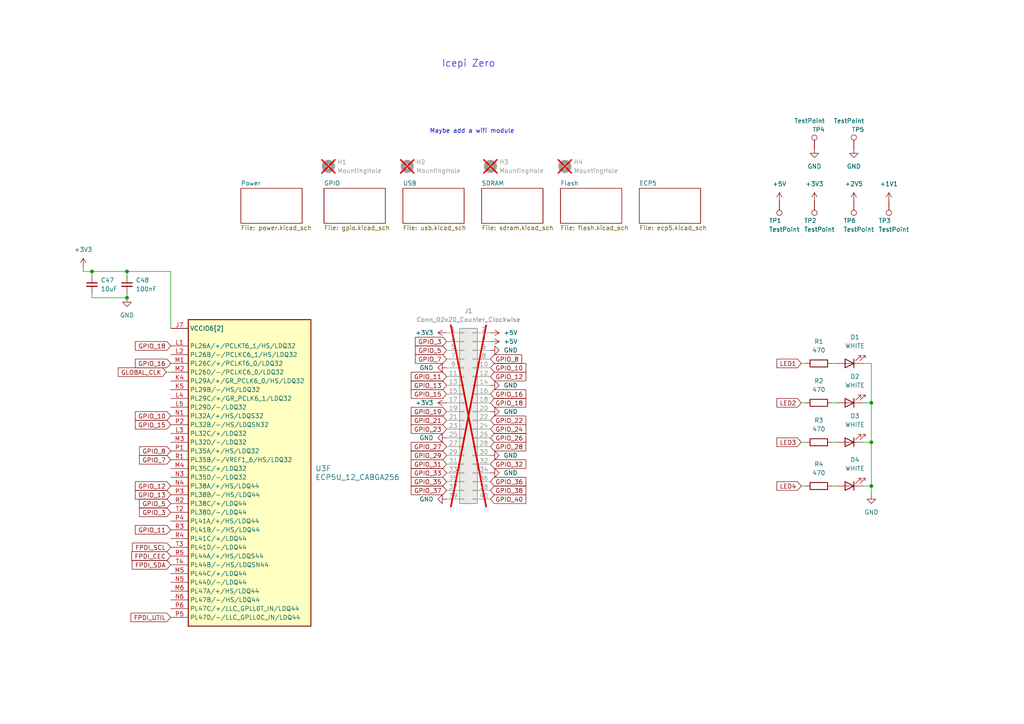
<source format=kicad_sch>
(kicad_sch (version 20250114) (generator "eeschema") (generator_version "9.0")
  (paper "A4")
  (title_block (title "Icepi zero") (date "2025-05-04") (rev "v1") (company "Chengyin Yao (cheyao)") (comment 1 "https://github.com/cheyao/icepi-zero"))
  (lib_symbols
    (symbol "Connector:TestPoint" (pin_numbers (hide yes)) (pin_names (offset 0.762) (hide yes))
      (property "Reference" "TP" (at 0 6.858 0))
      (property "Value" "TestPoint" (at 0 5.08 0))
      (symbol "TestPoint_1_1"
        (pin passive line (at 0 0 90) (length 2.54) (name "1") (number "1"))
      )
    )
    (symbol "Connector_Generic:Conn_02x20_Odd_Even" (pin_names (offset 1.016) (hide yes))
      (property "Reference" "J" (at 1.27 25.4 0))
      (property "Value" "Conn_02x20_Odd_Even" (at 1.27 -27.94 0))
      (symbol "Conn_02x20_Odd_Even_1_1"
        (pin passive line (at -5.08 22.86 0) (length 3.81) (name "Pin_1") (number "1"))
        (pin passive line (at -5.08 20.32 0) (length 3.81) (name "Pin_3") (number "3"))
        (pin passive line (at -5.08 17.78 0) (length 3.81) (name "Pin_5") (number "5"))
        (pin passive line (at -5.08 15.24 0) (length 3.81) (name "Pin_7") (number "7"))
        (pin passive line (at -5.08 12.7 0) (length 3.81) (name "Pin_9") (number "9"))
        (pin passive line (at -5.08 10.16 0) (length 3.81) (name "Pin_11") (number "11"))
        (pin passive line (at -5.08 7.62 0) (length 3.81) (name "Pin_13") (number "13"))
        (pin passive line (at -5.08 5.08 0) (length 3.81) (name "Pin_15") (number "15"))
        (pin passive line (at -5.08 2.54 0) (length 3.81) (name "Pin_17") (number "17"))
        (pin passive line (at -5.08 0 0) (length 3.81) (name "Pin_19") (number "19"))
        (pin passive line (at -5.08 -2.54 0) (length 3.81) (name "Pin_21") (number "21"))
        (pin passive line (at -5.08 -5.08 0) (length 3.81) (name "Pin_23") (number "23"))
        (pin passive line (at -5.08 -7.62 0) (length 3.81) (name "Pin_25") (number "25"))
        (pin passive line (at -5.08 -10.16 0) (length 3.81) (name "Pin_27") (number "27"))
        (pin passive line (at -5.08 -12.7 0) (length 3.81) (name "Pin_29") (number "29"))
        (pin passive line (at -5.08 -15.24 0) (length 3.81) (name "Pin_31") (number "31"))
        (pin passive line (at -5.08 -17.78 0) (length 3.81) (name "Pin_33") (number "33"))
        (pin passive line (at -5.08 -20.32 0) (length 3.81) (name "Pin_35") (number "35"))
        (pin passive line (at -5.08 -22.86 0) (length 3.81) (name "Pin_37") (number "37"))
        (pin passive line (at -5.08 -25.4 0) (length 3.81) (name "Pin_39") (number "39"))
        (pin passive line (at 7.62 22.86 180) (length 3.81) (name "Pin_2") (number "2"))
        (pin passive line (at 7.62 20.32 180) (length 3.81) (name "Pin_4") (number "4"))
        (pin passive line (at 7.62 17.78 180) (length 3.81) (name "Pin_6") (number "6"))
        (pin passive line (at 7.62 15.24 180) (length 3.81) (name "Pin_8") (number "8"))
        (pin passive line (at 7.62 12.7 180) (length 3.81) (name "Pin_10") (number "10"))
        (pin passive line (at 7.62 10.16 180) (length 3.81) (name "Pin_12") (number "12"))
        (pin passive line (at 7.62 7.62 180) (length 3.81) (name "Pin_14") (number "14"))
        (pin passive line (at 7.62 5.08 180) (length 3.81) (name "Pin_16") (number "16"))
        (pin passive line (at 7.62 2.54 180) (length 3.81) (name "Pin_18") (number "18"))
        (pin passive line (at 7.62 0 180) (length 3.81) (name "Pin_20") (number "20"))
        (pin passive line (at 7.62 -2.54 180) (length 3.81) (name "Pin_22") (number "22"))
        (pin passive line (at 7.62 -5.08 180) (length 3.81) (name "Pin_24") (number "24"))
        (pin passive line (at 7.62 -7.62 180) (length 3.81) (name "Pin_26") (number "26"))
        (pin passive line (at 7.62 -10.16 180) (length 3.81) (name "Pin_28") (number "28"))
        (pin passive line (at 7.62 -12.7 180) (length 3.81) (name "Pin_30") (number "30"))
        (pin passive line (at 7.62 -15.24 180) (length 3.81) (name "Pin_32") (number "32"))
        (pin passive line (at 7.62 -17.78 180) (length 3.81) (name "Pin_34") (number "34"))
        (pin passive line (at 7.62 -20.32 180) (length 3.81) (name "Pin_36") (number "36"))
        (pin passive line (at 7.62 -22.86 180) (length 3.81) (name "Pin_38") (number "38"))
        (pin passive line (at 7.62 -25.4 180) (length 3.81) (name "Pin_40") (number "40"))
      )
    )
    (symbol "Device:C_Small" (pin_numbers (hide yes)) (pin_names (offset 0.254) (hide yes))
      (property "Reference" "C" (at 0.254 1.778 0))
      (property "Value" "C_Small" (at 0.254 -2.032 0))
      (symbol "C_Small_1_1"
        (pin passive line (at 0 2.54 270) (length 2.032) (name "~") (number "1"))
        (pin passive line (at 0 -2.54 90) (length 2.032) (name "~") (number "2"))
      )
    )
    (symbol "Device:LED" (pin_numbers (hide yes)) (pin_names (offset 1.016) (hide yes))
      (property "Reference" "D" (at 0 2.54 0))
      (property "Value" "LED" (at 0 -2.54 0))
      (symbol "LED_1_1"
        (pin passive line (at -3.81 0 0) (length 2.54) (name "K") (number "1"))
        (pin passive line (at 3.81 0 180) (length 2.54) (name "A") (number "2"))
      )
    )
    (symbol "Device:R" (pin_numbers (hide yes)) (pin_names (offset 0))
      (property "Reference" "R" (at 2.032 0 90))
      (property "Value" "R" (at 0 0 90))
      (symbol "R_1_1"
        (pin passive line (at 0 3.81 270) (length 1.27) (name "~") (number "1"))
        (pin passive line (at 0 -3.81 90) (length 1.27) (name "~") (number "2"))
      )
    )
    (symbol "Mechanical:MountingHole" (pin_names (offset 1.016)) (in_bom no)
      (property "Reference" "H" (at 0 5.08 0))
      (property "Value" "MountingHole" (at 0 3.175 0))
    )
    (symbol "josh:ECP5U_12_CABGA256"
      (property "Reference" "U" (at -15.24 45.72 0))
      (property "Value" "ECP5U_12_CABGA256" (at 7.62 43.18 0))
      (symbol "ECP5U_12_CABGA256_1_1"
        (pin power_in line (at -12.7 5.08 0) (length 5.08) (name "VCC[6]") (number "G6"))
        (pin power_in line (at -12.7 5.08 0) (length 5.08) (name "VCC[6]") (number "G7"))
        (pin power_in line (at -12.7 5.08 0) (length 5.08) (name "VCC[6]") (number "G9"))
        (pin power_in line (at -12.7 5.08 0) (length 5.08) (name "VCC[6]") (number "L10"))
        (pin power_in line (at -12.7 5.08 0) (length 5.08) (name "VCC[6]") (number "L8"))
        (pin power_in line (at -12.7 5.08 0) (length 5.08) (name "VCC[6]") (number "L9"))
        (pin power_in line (at -12.7 2.54 0) (length 5.08) (name "VCCAUX[2]") (number "G11"))
        (pin power_in line (at -12.7 2.54 0) (length 5.08) (name "VCCAUX[2]") (number "L7"))
        (pin power_in line (at -12.7 -5.08 0) (length 5.08) (name "GND[27]") (number "A1"))
        (pin power_in line (at -12.7 -5.08 0) (length 5.08) (name "GND[27]") (number "A16"))
        (pin power_in line (at -12.7 -5.08 0) (length 5.08) (name "GND[27]") (number "D15"))
        (pin power_in line (at -12.7 -5.08 0) (length 5.08) (name "GND[27]") (number "D2"))
        (pin power_in line (at -12.7 -5.08 0) (length 5.08) (name "GND[27]") (number "F8"))
        (pin power_in line (at -12.7 -5.08 0) (length 5.08) (name "GND[27]") (number "F9"))
        (pin power_in line (at -12.7 -5.08 0) (length 5.08) (name "GND[27]") (number "G10"))
        (pin power_in line (at -12.7 -5.08 0) (length 5.08) (name "GND[27]") (number "G8"))
        (pin power_in line (at -12.7 -5.08 0) (length 5.08) (name "GND[27]") (number "H1"))
        (pin power_in line (at -12.7 -5.08 0) (length 5.08) (name "GND[27]") (number "H10"))
        (pin power_in line (at -12.7 -5.08 0) (length 5.08) (name "GND[27]") (number "H16"))
        (pin power_in line (at -12.7 -5.08 0) (length 5.08) (name "GND[27]") (number "H8"))
        (pin power_in line (at -12.7 -5.08 0) (length 5.08) (name "GND[27]") (number "H9"))
        (pin power_in line (at -12.7 -5.08 0) (length 5.08) (name "GND[27]") (number "J10"))
        (pin power_in line (at -12.7 -5.08 0) (length 5.08) (name "GND[27]") (number "J8"))
        (pin power_in line (at -12.7 -5.08 0) (length 5.08) (name "GND[27]") (number "J9"))
        (pin power_in line (at -12.7 -5.08 0) (length 5.08) (name "GND[27]") (number "K10"))
        (pin power_in line (at -12.7 -5.08 0) (length 5.08) (name "GND[27]") (number "K6"))
        (pin power_in line (at -12.7 -5.08 0) (length 5.08) (name "GND[27]") (number "K7"))
        (pin power_in line (at -12.7 -5.08 0) (length 5.08) (name "GND[27]") (number "K8"))
        (pin power_in line (at -12.7 -5.08 0) (length 5.08) (name "GND[27]") (number "K9"))
        (pin power_in line (at -12.7 -5.08 0) (length 5.08) (name "GND[27]") (number "N15"))
        (pin power_in line (at -12.7 -5.08 0) (length 5.08) (name "GND[27]") (number "N2"))
        (pin power_in line (at -12.7 -5.08 0) (length 5.08) (name "GND[27]") (number "T1"))
        (pin power_in line (at -12.7 -5.08 0) (length 5.08) (name "GND[27]") (number "T12"))
        (pin power_in line (at -12.7 -5.08 0) (length 5.08) (name "GND[27]") (number "T16"))
        (pin power_in line (at -12.7 -5.08 0) (length 5.08) (name "GND[27]") (number "T5"))
      )
      (symbol "ECP5U_12_CABGA256_2_1"
        (pin power_in line (at -21.59 38.1 0) (length 5.08) (name "VCCIO0[2]") (number "F6"))
        (pin power_in line (at -21.59 38.1 0) (length 5.08) (name "VCCIO0[2]") (number "F7"))
        (pin bidirectional line (at -21.59 33.02 0) (length 5.08) (name "PT4A/+") (number "A2"))
        (pin bidirectional line (at -21.59 30.48 0) (length 5.08) (name "PT4B/-") (number "B3"))
        (pin bidirectional line (at -21.59 27.94 0) (length 5.08) (name "PT6A/+") (number "A3"))
        (pin bidirectional line (at -21.59 25.4 0) (length 5.08) (name "PT6B/-") (number "A4"))
        (pin bidirectional line (at -21.59 22.86 0) (length 5.08) (name "PT9A/+") (number "E4"))
        (pin bidirectional line (at -21.59 20.32 0) (length 5.08) (name "PT9B/-") (number "D4"))
        (pin bidirectional line (at -21.59 17.78 0) (length 5.08) (name "PT11A/+") (number "C4"))
        (pin bidirectional line (at -21.59 15.24 0) (length 5.08) (name "PT11B/-") (number "B4"))
        (pin bidirectional line (at -21.59 12.7 0) (length 5.08) (name "PT13A/+") (number "E5"))
        (pin bidirectional line (at -21.59 10.16 0) (length 5.08) (name "PT13B/-") (number "D5"))
        (pin bidirectional line (at -21.59 7.62 0) (length 5.08) (name "PT15A/+") (number "C5"))
        (pin bidirectional line (at -21.59 5.08 0) (length 5.08) (name "PT15B/-") (number "B5"))
        (pin bidirectional line (at -21.59 2.54 0) (length 5.08) (name "PT18A/+") (number "A5"))
        (pin bidirectional line (at -21.59 0 0) (length 5.08) (name "PT18B/-") (number "A6"))
        (pin bidirectional line (at -21.59 -2.54 0) (length 5.08) (name "PT20A/+") (number "E6"))
        (pin bidirectional line (at -21.59 -5.08 0) (length 5.08) (name "PT20B/-") (number "D6"))
        (pin bidirectional line (at -21.59 -7.62 0) (length 5.08) (name "PT22A/+") (number "C6"))
        (pin bidirectional line (at -21.59 -10.16 0) (length 5.08) (name "PT22B/-") (number "B6"))
        (pin bidirectional line (at -21.59 -12.7 0) (length 5.08) (name "PT24A/+/GR_PCLK0_1") (number "E7"))
        (pin bidirectional line (at -21.59 -15.24 0) (length 5.08) (name "PT24B/-/GR_PCLK0_0") (number "D7"))
        (pin bidirectional line (at -21.59 -17.78 0) (length 5.08) (name "PT27A/+/PCLKT0_1") (number "C7"))
        (pin bidirectional line (at -21.59 -20.32 0) (length 5.08) (name "PT27B/-/PCLKC0_1") (number "B7"))
        (pin bidirectional line (at -21.59 -22.86 0) (length 5.08) (name "PT29A/+/PCLKT0_0") (number "A7"))
        (pin bidirectional line (at -21.59 -25.4 0) (length 5.08) (name "PT29B/-/PCLKC0_0") (number "A8"))
      )
      (symbol "ECP5U_12_CABGA256_3_1"
        (pin power_in line (at -21.59 38.1 0) (length 5.08) (name "VCCIO1[2]") (number "F10"))
        (pin power_in line (at -21.59 38.1 0) (length 5.08) (name "VCCIO1[2]") (number "F11"))
        (pin bidirectional line (at -21.59 33.02 0) (length 5.08) (name "PT33A/+/PCLKT1_1") (number "E8"))
        (pin bidirectional line (at -21.59 30.48 0) (length 5.08) (name "PT33B/-/PCLKC1_1") (number "D8"))
        (pin bidirectional line (at -21.59 27.94 0) (length 5.08) (name "PT35A/+/PCLKT1_0") (number "C8"))
        (pin bidirectional line (at -21.59 25.4 0) (length 5.08) (name "PT35B/-/PCLKC1_0") (number "B8"))
        (pin bidirectional line (at -21.59 22.86 0) (length 5.08) (name "PT38A/+/GR_PCLK1_0") (number "B9"))
        (pin bidirectional line (at -21.59 20.32 0) (length 5.08) (name "PT38B/-/GR_PCLK1_1") (number "C9"))
        (pin bidirectional line (at -21.59 17.78 0) (length 5.08) (name "PT40A/+") (number "D9"))
        (pin bidirectional line (at -21.59 15.24 0) (length 5.08) (name "PT40B/-") (number "E9"))
        (pin bidirectional line (at -21.59 12.7 0) (length 5.08) (name "PT42A/+") (number "A9"))
        (pin bidirectional line (at -21.59 10.16 0) (length 5.08) (name "PT42B/-") (number "A10"))
        (pin bidirectional line (at -21.59 7.62 0) (length 5.08) (name "PT44A/+") (number "B10"))
        (pin bidirectional line (at -21.59 5.08 0) (length 5.08) (name "PT44B/-") (number "C10"))
        (pin bidirectional line (at -21.59 2.54 0) (length 5.08) (name "PT47A/+") (number "D10"))
        (pin bidirectional line (at -21.59 0 0) (length 5.08) (name "PT47B/-") (number "E10"))
        (pin bidirectional line (at -21.59 -2.54 0) (length 5.08) (name "PT49A/+") (number "B11"))
        (pin bidirectional line (at -21.59 -5.08 0) (length 5.08) (name "PT49B/-") (number "C11"))
        (pin bidirectional line (at -21.59 -7.62 0) (length 5.08) (name "PT51A/+") (number "D11"))
        (pin bidirectional line (at -21.59 -10.16 0) (length 5.08) (name "PT51B/-") (number "E11"))
        (pin bidirectional line (at -21.59 -12.7 0) (length 5.08) (name "PT53A/+") (number "A11"))
        (pin bidirectional line (at -21.59 -15.24 0) (length 5.08) (name "PT53B/-") (number "A12"))
        (pin bidirectional line (at -21.59 -17.78 0) (length 5.08) (name "PT56A/+") (number "B12"))
        (pin bidirectional line (at -21.59 -20.32 0) (length 5.08) (name "PT56B/-") (number "C12"))
        (pin bidirectional line (at -21.59 -22.86 0) (length 5.08) (name "PT58A/+") (number "D12"))
        (pin bidirectional line (at -21.59 -25.4 0) (length 5.08) (name "PT58B/-") (number "E12"))
        (pin bidirectional line (at -21.59 -27.94 0) (length 5.08) (name "PT60A/+") (number "B13"))
        (pin bidirectional line (at -21.59 -30.48 0) (length 5.08) (name "PT60B/-") (number "C13"))
        (pin bidirectional line (at -21.59 -33.02 0) (length 5.08) (name "PT62A/+") (number "D13"))
        (pin bidirectional line (at -21.59 -35.56 0) (length 5.08) (name "PT62B/-") (number "E13"))
        (pin bidirectional line (at -21.59 -38.1 0) (length 5.08) (name "PT65A/+") (number "A13"))
        (pin bidirectional line (at -21.59 -40.64 0) (length 5.08) (name "PT65B/-") (number "A14"))
        (pin bidirectional line (at -21.59 -43.18 0) (length 5.08) (name "PT67A/+") (number "B14"))
        (pin bidirectional line (at -21.59 -45.72 0) (length 5.08) (name "PT67B/-") (number "A15"))
      )
      (symbol "ECP5U_12_CABGA256_4_1"
        (pin power_in line (at -21.59 38.1 0) (length 5.08) (name "VCCIO2[2]") (number "H11"))
        (pin power_in line (at -21.59 38.1 0) (length 5.08) (name "VCCIO2[2]") (number "J11"))
        (pin bidirectional line (at -21.59 33.02 0) (length 5.08) (name "PR2A/+/HS/RDQ8") (number "B16"))
        (pin bidirectional line (at -21.59 30.48 0) (length 5.08) (name "PR2B/-/S0_IN/HS/RDQ8") (number "B15"))
        (pin bidirectional line (at -21.59 27.94 0) (length 5.08) (name "PR2C/+/RDQ8") (number "C14"))
        (pin bidirectional line (at -21.59 25.4 0) (length 5.08) (name "PR2D/-/RDQ8") (number "D14"))
        (pin bidirectional line (at -21.59 22.86 0) (length 5.08) (name "PR5A/+/HS/RDQ8") (number "C16"))
        (pin bidirectional line (at -21.59 20.32 0) (length 5.08) (name "PR5B/-/HS/RDQ8") (number "C15"))
        (pin bidirectional line (at -21.59 17.78 0) (length 5.08) (name "PR5C/+/RDQ8") (number "E14"))
        (pin bidirectional line (at -21.59 15.24 0) (length 5.08) (name "PR5D/-/RDQ8") (number "F14"))
        (pin bidirectional line (at -21.59 12.7 0) (length 5.08) (name "PR8A/+/HS/RDQS8") (number "D16"))
        (pin bidirectional line (at -21.59 10.16 0) (length 5.08) (name "PR8B/-/HS/RDQSN8") (number "E15"))
        (pin bidirectional line (at -21.59 7.62 0) (length 5.08) (name "PR8C/+/RDQ8") (number "F13"))
        (pin bidirectional line (at -21.59 5.08 0) (length 5.08) (name "PR8D/-/RDQ8") (number "F12"))
        (pin bidirectional line (at -21.59 2.54 0) (length 5.08) (name "PR11A/+/HS/RDQ8") (number "G12"))
        (pin bidirectional line (at -21.59 0 0) (length 5.08) (name "PR11B/-/HS/RDQ8") (number "G13"))
        (pin bidirectional line (at -21.59 -2.54 0) (length 5.08) (name "PR11C/+/RDQ8") (number "F15"))
        (pin bidirectional line (at -21.59 -5.08 0) (length 5.08) (name "PR11D/-/RDQ8") (number "E16"))
        (pin bidirectional line (at -21.59 -7.62 0) (length 5.08) (name "PR14A/+/HS/RDQ20") (number "F16"))
        (pin bidirectional line (at -21.59 -10.16 0) (length 5.08) (name "PR14B/-/HS/RDQ20") (number "G15"))
        (pin bidirectional line (at -21.59 -12.7 0) (length 5.08) (name "PR14C/+/VREF1_2/RDQ20") (number "G14"))
        (pin bidirectional line (at -21.59 -15.24 0) (length 5.08) (name "PR14D/-/RDQ20") (number "H14"))
        (pin bidirectional line (at -21.59 -17.78 0) (length 5.08) (name "PR17A/+/HS/RDQ20") (number "H12"))
        (pin bidirectional line (at -21.59 -20.32 0) (length 5.08) (name "PR17B/-/HS/RDQ20") (number "H13"))
        (pin bidirectional line (at -21.59 -22.86 0) (length 5.08) (name "PR17C/+/RDQ20") (number "J13"))
        (pin bidirectional line (at -21.59 -25.4 0) (length 5.08) (name "PR17D/-/RDQ20") (number "J12"))
        (pin bidirectional line (at -21.59 -27.94 0) (length 5.08) (name "PR20A/+/GR_PCLK2_1/HS/RDQS20") (number "G16"))
        (pin bidirectional line (at -21.59 -30.48 0) (length 5.08) (name "PR20B/-/HS/RDQSN20") (number "H15"))
        (pin bidirectional line (at -21.59 -33.02 0) (length 5.08) (name "PR20C/+/GR_PCLK2_0/RDQ20") (number "J14"))
        (pin bidirectional line (at -21.59 -35.56 0) (length 5.08) (name "PR20D/-/RDQ20") (number "K14"))
        (pin bidirectional line (at -21.59 -38.1 0) (length 5.08) (name "PR23A/+/PCLKT2_1/HS/RDQ20") (number "J16"))
        (pin bidirectional line (at -21.59 -40.64 0) (length 5.08) (name "PR23B/-/PCLKC2_1/HS/RDQ20") (number "J15"))
        (pin bidirectional line (at -21.59 -43.18 0) (length 5.08) (name "PR23C/+/PCLKT2_0/RDQ20") (number "K16"))
        (pin bidirectional line (at -21.59 -45.72 0) (length 5.08) (name "PR23D/-/PCLKC2_0/RDQ20") (number "K15"))
      )
      (symbol "ECP5U_12_CABGA256_5_1"
        (pin power_in line (at -21.59 38.1 0) (length 5.08) (name "VCCIO3[2]") (number "K11"))
        (pin power_in line (at -21.59 38.1 0) (length 5.08) (name "VCCIO3[2]") (number "L11"))
        (pin bidirectional line (at -21.59 33.02 0) (length 5.08) (name "PR26A/+/PCLKT3_1/HS/RDQ32") (number "L16"))
        (pin bidirectional line (at -21.59 30.48 0) (length 5.08) (name "PR26B/-/PCLKC3_1/HS/RDQ32") (number "L15"))
        (pin bidirectional line (at -21.59 27.94 0) (length 5.08) (name "PR26C/+/PCLKT3_0/RDQ32") (number "M16"))
        (pin bidirectional line (at -21.59 25.4 0) (length 5.08) (name "PR26D/-/PCLKC3_0/RDQ32") (number "M15"))
        (pin bidirectional line (at -21.59 22.86 0) (length 5.08) (name "PR29A/+/GR_PCLK3_0/HS/RDQ32") (number "K13"))
        (pin bidirectional line (at -21.59 20.32 0) (length 5.08) (name "PR29B/-/HS/RDQ32") (number "K12"))
        (pin bidirectional line (at -21.59 17.78 0) (length 5.08) (name "PR29C/+/GR_PCLK3_1/RDQ32") (number "L13"))
        (pin bidirectional line (at -21.59 15.24 0) (length 5.08) (name "PR29D/-/RDQ32") (number "L12"))
        (pin bidirectional line (at -21.59 12.7 0) (length 5.08) (name "PR32A/+/HS/RDQS32") (number "N16"))
        (pin bidirectional line (at -21.59 10.16 0) (length 5.08) (name "PR32B/-/HS/RDQSN32") (number "P15"))
        (pin bidirectional line (at -21.59 7.62 0) (length 5.08) (name "PR32C/+/RDQ32") (number "L14"))
        (pin bidirectional line (at -21.59 5.08 0) (length 5.08) (name "PR32D/-/RDQ32") (number "M14"))
        (pin bidirectional line (at -21.59 2.54 0) (length 5.08) (name "PR35A/+/HS/RDQ32") (number "P16"))
        (pin bidirectional line (at -21.59 0 0) (length 5.08) (name "PR35B/-/VREF1_3/HS/RDQ32") (number "R16"))
        (pin bidirectional line (at -21.59 -2.54 0) (length 5.08) (name "PR35C/+/RDQ32") (number "M13"))
        (pin bidirectional line (at -21.59 -5.08 0) (length 5.08) (name "PR35D/-/RDQ32") (number "N14"))
        (pin bidirectional line (at -21.59 -7.62 0) (length 5.08) (name "PR38A/+/HS/RDQ44") (number "N13"))
        (pin bidirectional line (at -21.59 -10.16 0) (length 5.08) (name "PR38B/-/HS/RDQ44") (number "P14"))
        (pin bidirectional line (at -21.59 -12.7 0) (length 5.08) (name "PR38C/+/RDQ44") (number "R15"))
        (pin bidirectional line (at -21.59 -15.24 0) (length 5.08) (name "PR38D/-/RDQ44") (number "T15"))
        (pin bidirectional line (at -21.59 -17.78 0) (length 5.08) (name "PR41A/+/HS/RDQ44") (number "P13"))
        (pin bidirectional line (at -21.59 -20.32 0) (length 5.08) (name "PR41B/-/HS/RDQ44") (number "R14"))
        (pin bidirectional line (at -21.59 -22.86 0) (length 5.08) (name "PR41C/+/RDQ44") (number "R13"))
        (pin bidirectional line (at -21.59 -25.4 0) (length 5.08) (name "PR41D/-/RDQ44") (number "T14"))
        (pin bidirectional line (at -21.59 -27.94 0) (length 5.08) (name "PR44A/+/HS/RDQS44") (number "R12"))
        (pin bidirectional line (at -21.59 -30.48 0) (length 5.08) (name "PR44B/-/HS/RDQSN44") (number "T13"))
        (pin bidirectional line (at -21.59 -33.02 0) (length 5.08) (name "PR44C/+/RDQ44") (number "M12"))
        (pin bidirectional line (at -21.59 -35.56 0) (length 5.08) (name "PR44D/-/RDQ44") (number "N12"))
        (pin bidirectional line (at -21.59 -38.1 0) (length 5.08) (name "PR47A/+/HS/RDQ44") (number "M11"))
        (pin bidirectional line (at -21.59 -40.64 0) (length 5.08) (name "PR47B/-/HS/RDQ44") (number "N11"))
        (pin bidirectional line (at -21.59 -43.18 0) (length 5.08) (name "PR47C/+/LRC_GPLL0T_IN/RDQ44") (number "P11"))
        (pin bidirectional line (at -21.59 -45.72 0) (length 5.08) (name "PR47D/-/LRC_GPLL0C_IN/RDQ44") (number "P12"))
      )
      (symbol "ECP5U_12_CABGA256_6_1"
        (pin power_in line (at -21.59 38.1 0) (length 5.08) (name "VCCIO6[2]") (number "J6"))
        (pin power_in line (at -21.59 38.1 0) (length 5.08) (name "VCCIO6[2]") (number "J7"))
        (pin bidirectional line (at -21.59 33.02 0) (length 5.08) (name "PL26A/+/PCLKT6_1/HS/LDQ32") (number "L1"))
        (pin bidirectional line (at -21.59 30.48 0) (length 5.08) (name "PL26B/-/PCLKC6_1/HS/LDQ32") (number "L2"))
        (pin bidirectional line (at -21.59 27.94 0) (length 5.08) (name "PL26C/+/PCLKT6_0/LDQ32") (number "M1"))
        (pin bidirectional line (at -21.59 25.4 0) (length 5.08) (name "PL26D/-/PCLKC6_0/LDQ32") (number "M2"))
        (pin bidirectional line (at -21.59 22.86 0) (length 5.08) (name "PL29A/+/GR_PCLK6_0/HS/LDQ32") (number "K4"))
        (pin bidirectional line (at -21.59 20.32 0) (length 5.08) (name "PL29B/-/HS/LDQ32") (number "K5"))
        (pin bidirectional line (at -21.59 17.78 0) (length 5.08) (name "PL29C/+/GR_PCLK6_1/LDQ32") (number "L4"))
        (pin bidirectional line (at -21.59 15.24 0) (length 5.08) (name "PL29D/-/LDQ32") (number "L5"))
        (pin bidirectional line (at -21.59 12.7 0) (length 5.08) (name "PL32A/+/HS/LDQS32") (number "N1"))
        (pin bidirectional line (at -21.59 10.16 0) (length 5.08) (name "PL32B/-/HS/LDQSN32") (number "P2"))
        (pin bidirectional line (at -21.59 7.62 0) (length 5.08) (name "PL32C/+/LDQ32") (number "L3"))
        (pin bidirectional line (at -21.59 5.08 0) (length 5.08) (name "PL32D/-/LDQ32") (number "M3"))
        (pin bidirectional line (at -21.59 2.54 0) (length 5.08) (name "PL35A/+/HS/LDQ32") (number "P1"))
        (pin bidirectional line (at -21.59 0 0) (length 5.08) (name "PL35B/-/VREF1_6/HS/LDQ32") (number "R1"))
        (pin bidirectional line (at -21.59 -2.54 0) (length 5.08) (name "PL35C/+/LDQ32") (number "M4"))
        (pin bidirectional line (at -21.59 -5.08 0) (length 5.08) (name "PL35D/-/LDQ32") (number "N3"))
        (pin bidirectional line (at -21.59 -7.62 0) (length 5.08) (name "PL38A/+/HS/LDQ44") (number "N4"))
        (pin bidirectional line (at -21.59 -10.16 0) (length 5.08) (name "PL38B/-/HS/LDQ44") (number "P3"))
        (pin bidirectional line (at -21.59 -12.7 0) (length 5.08) (name "PL38C/+/LDQ44") (number "R2"))
        (pin bidirectional line (at -21.59 -15.24 0) (length 5.08) (name "PL38D/-/LDQ44") (number "T2"))
        (pin bidirectional line (at -21.59 -17.78 0) (length 5.08) (name "PL41A/+/HS/LDQ44") (number "P4"))
        (pin bidirectional line (at -21.59 -20.32 0) (length 5.08) (name "PL41B/-/HS/LDQ44") (number "R3"))
        (pin bidirectional line (at -21.59 -22.86 0) (length 5.08) (name "PL41C/+/LDQ44") (number "R4"))
        (pin bidirectional line (at -21.59 -25.4 0) (length 5.08) (name "PL41D/-/LDQ44") (number "T3"))
        (pin bidirectional line (at -21.59 -27.94 0) (length 5.08) (name "PL44A/+/HS/LDQS44") (number "R5"))
        (pin bidirectional line (at -21.59 -30.48 0) (length 5.08) (name "PL44B/-/HS/LDQSN44") (number "T4"))
        (pin bidirectional line (at -21.59 -33.02 0) (length 5.08) (name "PL44C/+/LDQ44") (number "M5"))
        (pin bidirectional line (at -21.59 -35.56 0) (length 5.08) (name "PL44D/-/LDQ44") (number "N5"))
        (pin bidirectional line (at -21.59 -38.1 0) (length 5.08) (name "PL47A/+/HS/LDQ44") (number "M6"))
        (pin bidirectional line (at -21.59 -40.64 0) (length 5.08) (name "PL47B/-/HS/LDQ44") (number "N6"))
        (pin bidirectional line (at -21.59 -43.18 0) (length 5.08) (name "PL47C/+/LLC_GPLL0T_IN/LDQ44") (number "P6"))
        (pin bidirectional line (at -21.59 -45.72 0) (length 5.08) (name "PL47D/-/LLC_GPLL0C_IN/LDQ44") (number "P5"))
      )
      (symbol "ECP5U_12_CABGA256_7_1"
        (pin power_in line (at -21.59 38.1 0) (length 5.08) (name "VCCIO7[2]") (number "H6"))
        (pin power_in line (at -21.59 38.1 0) (length 5.08) (name "VCCIO7[2]") (number "H7"))
        (pin bidirectional line (at -21.59 34.29 0) (length 5.08) (name "PL2A/+/HS/LDQ8") (number "B1"))
        (pin bidirectional line (at -21.59 31.75 0) (length 5.08) (name "PL2B/-/HS/LDQ8") (number "B2"))
        (pin bidirectional line (at -21.59 29.21 0) (length 5.08) (name "PL2C/+/LDQ8") (number "C3"))
        (pin bidirectional line (at -21.59 26.67 0) (length 5.08) (name "PL2D/-/LDQ8") (number "D3"))
        (pin bidirectional line (at -21.59 24.13 0) (length 5.08) (name "PL5A/+/HS/LDQ8") (number "C1"))
        (pin bidirectional line (at -21.59 21.59 0) (length 5.08) (name "PL5B/-/HS/LDQ8") (number "C2"))
        (pin bidirectional line (at -21.59 19.05 0) (length 5.08) (name "PL5C/+/LDQ8") (number "E3"))
        (pin bidirectional line (at -21.59 16.51 0) (length 5.08) (name "PL5D/-/LDQ8") (number "F3"))
        (pin bidirectional line (at -21.59 13.97 0) (length 5.08) (name "PL8A/+/HS/LDQS8") (number "D1"))
        (pin bidirectional line (at -21.59 11.43 0) (length 5.08) (name "PL8B/-/HS/LDQSN8") (number "E2"))
        (pin bidirectional line (at -21.59 8.89 0) (length 5.08) (name "PL8C/+/LDQ8") (number "F4"))
        (pin bidirectional line (at -21.59 6.35 0) (length 5.08) (name "PL8D/-/LDQ8") (number "F5"))
        (pin bidirectional line (at -21.59 3.81 0) (length 5.08) (name "PL11A/+/HS/LDQ8") (number "G5"))
        (pin bidirectional line (at -21.59 1.27 0) (length 5.08) (name "PL11B/-/HS/LDQ8") (number "G4"))
        (pin bidirectional line (at -21.59 -1.27 0) (length 5.08) (name "PL11C/+/LDQ8") (number "F2"))
        (pin bidirectional line (at -21.59 -3.81 0) (length 5.08) (name "PL11D/-/LDQ8") (number "E1"))
        (pin bidirectional line (at -21.59 -6.35 0) (length 5.08) (name "PL14A/+/HS/LDQ20") (number "F1"))
        (pin bidirectional line (at -21.59 -8.89 0) (length 5.08) (name "PL14B/-/HS/LDQ20") (number "G2"))
        (pin bidirectional line (at -21.59 -11.43 0) (length 5.08) (name "PL14C/+/VREF1_7/LDQ20") (number "G3"))
        (pin bidirectional line (at -21.59 -13.97 0) (length 5.08) (name "PL14D/-/LDQ20") (number "H3"))
        (pin bidirectional line (at -21.59 -16.51 0) (length 5.08) (name "PL17A/+/HS/LDQ20") (number "H5"))
        (pin bidirectional line (at -21.59 -19.05 0) (length 5.08) (name "PL17B/-/HS/LDQ20") (number "H4"))
        (pin bidirectional line (at -21.59 -21.59 0) (length 5.08) (name "PL17C/+/LDQ20") (number "J4"))
        (pin bidirectional line (at -21.59 -24.13 0) (length 5.08) (name "PL17D/-/LDQ20") (number "J5"))
        (pin bidirectional line (at -21.59 -26.67 0) (length 5.08) (name "PL20A/+/GR_PCLK7_1/HS/LDQS20") (number "G1"))
        (pin bidirectional line (at -21.59 -29.21 0) (length 5.08) (name "PL20B/-/HS/LDQSN20") (number "H2"))
        (pin bidirectional line (at -21.59 -31.75 0) (length 5.08) (name "PL20C/+/GR_PCLK7_0/LDQ20") (number "J3"))
        (pin bidirectional line (at -21.59 -34.29 0) (length 5.08) (name "PL20D/-/LDQ20") (number "K3"))
        (pin bidirectional line (at -21.59 -36.83 0) (length 5.08) (name "PL23A/+/PCLKT7_1/HS/LDQ20") (number "J1"))
        (pin bidirectional line (at -21.59 -39.37 0) (length 5.08) (name "PL23B/-/PCLKC7_1/HS/LDQ20") (number "J2"))
        (pin bidirectional line (at -21.59 -41.91 0) (length 5.08) (name "PL23C/+/PCLKT7_0/LDQ20") (number "K1"))
        (pin bidirectional line (at -21.59 -44.45 0) (length 5.08) (name "PL23D/-/PCLKC7_0/LDQ20") (number "K2"))
      )
      (symbol "ECP5U_12_CABGA256_8_1"
        (pin power_in line (at -21.59 38.1 0) (length 5.08) (name "VCCIO8") (number "L6"))
        (pin bidirectional line (at -21.59 33.02 0) (length 5.08) (name "CCLK/MCLK/SCK") (number "N9"))
        (pin bidirectional line (at -21.59 30.48 0) (length 5.08) (name "CFG_0") (number "N10"))
        (pin bidirectional line (at -21.59 27.94 0) (length 5.08) (name "CFG_1") (number "P10"))
        (pin bidirectional line (at -21.59 25.4 0) (length 5.08) (name "CFG_2") (number "R10"))
        (pin bidirectional line (at -21.59 22.86 0) (length 5.08) (name "DONE") (number "P9"))
        (pin bidirectional line (at -21.59 20.32 0) (length 5.08) (name "INITN") (number "T9"))
        (pin bidirectional line (at -21.59 17.78 0) (length 5.08) (name "PB4A/+/D7/IO7") (number "T6"))
        (pin bidirectional line (at -21.59 15.24 0) (length 5.08) (name "PB4B/-/D6/IO6") (number "R6"))
        (pin bidirectional line (at -21.59 12.7 0) (length 5.08) (name "PB6A/+/D5/MISO2/IO5") (number "R7"))
        (pin bidirectional line (at -21.59 10.16 0) (length 5.08) (name "PB6B/-/D4/MOSI2/IO4") (number "P7"))
        (pin bidirectional line (at -21.59 7.62 0) (length 5.08) (name "PB9A/+/D3/IO3") (number "N7"))
        (pin bidirectional line (at -21.59 5.08 0) (length 5.08) (name "PB9B/-/D2/IO2") (number "M7"))
        (pin bidirectional line (at -21.59 2.54 0) (length 5.08) (name "PB11A/+/D1/MISO/IO1") (number "T7"))
        (pin bidirectional line (at -21.59 0 0) (length 5.08) (name "PB11B/-/D0/MOSI/IO0") (number "T8"))
        (pin bidirectional line (at -21.59 -2.54 0) (length 5.08) (name "PB13A/+/SN/CSN") (number "R8"))
        (pin bidirectional line (at -21.59 -5.08 0) (length 5.08) (name "PB13B/-/CS1N") (number "P8"))
        (pin bidirectional line (at -21.59 -7.62 0) (length 5.08) (name "PB15A/+/HOLDN/DI/BUSY/CSSPIN/CEN") (number "N8"))
        (pin bidirectional line (at -21.59 -10.16 0) (length 5.08) (name "PB15B/-/DOUT/CSON") (number "M8"))
        (pin bidirectional line (at -21.59 -12.7 0) (length 5.08) (name "PB18A/WRITEN") (number "M9"))
        (pin bidirectional line (at -21.59 -15.24 0) (length 5.08) (name "PROGRAMN") (number "R9"))
      )
      (symbol "ECP5U_12_CABGA256_9_1"
        (pin bidirectional line (at -7.62 3.81 0) (length 5.08) (name "TCK") (number "T10"))
        (pin bidirectional line (at -7.62 1.27 0) (length 5.08) (name "TDI") (number "R11"))
        (pin bidirectional line (at -7.62 -1.27 0) (length 5.08) (name "TDO") (number "M10"))
        (pin bidirectional line (at -7.62 -3.81 0) (length 5.08) (name "TMS") (number "T11"))
      )
    )
    (symbol "power:+1V1" (power) (pin_numbers (hide yes)) (pin_names (offset 0) (hide yes))
      (property "Value" "+1V1" (at 0 3.556 0))
      (symbol "+1V1_1_1"
        (pin power_in line (at 0 0 90) (length 0) (name "~") (number "1"))
      )
    )
    (symbol "power:+2V5" (power) (pin_numbers (hide yes)) (pin_names (offset 0) (hide yes))
      (property "Value" "+2V5" (at 0 3.556 0))
      (symbol "+2V5_1_1"
        (pin power_in line (at 0 0 90) (length 0) (name "~") (number "1"))
      )
    )
    (symbol "power:+3V3" (power) (pin_numbers (hide yes)) (pin_names (offset 0) (hide yes))
      (property "Value" "+3V3" (at 0 3.556 0))
      (symbol "+3V3_1_1"
        (pin power_in line (at 0 0 90) (length 0) (name "~") (number "1"))
      )
    )
    (symbol "power:+5V" (power) (pin_numbers (hide yes)) (pin_names (offset 0) (hide yes))
      (property "Value" "+5V" (at 0 3.556 0))
      (symbol "+5V_1_1"
        (pin power_in line (at 0 0 90) (length 0) (name "~") (number "1"))
      )
    )
    (symbol "power:GND" (power) (pin_numbers (hide yes)) (pin_names (offset 0) (hide yes))
      (property "Value" "GND" (at 0 -3.81 0))
      (symbol "GND_1_1"
        (pin power_in line (at 0 0 270) (length 0) (name "~") (number "1"))
      )
    )
  )
  (text "Icepi Zero" (at 135.89 18.542 0) (effects (font (size 2 2))))
  (text "Maybe add a wifi module" (at 136.906 38.1 0) (effects (font (size 1.27 1.27))))
  (junction (at 252.73 140.97))
  (junction (at 26.67 78.74))
  (junction (at 36.83 78.74))
  (junction (at 252.73 128.27))
  (junction (at 252.73 116.84))
  (junction (at 36.83 86.36))
  (wire (pts (xy 26.67 78.74) (xy 36.83 78.74)))
  (wire (pts (xy 252.73 105.41) (xy 252.73 116.84)))
  (wire (pts (xy 232.41 116.84) (xy 233.68 116.84)))
  (wire (pts (xy 36.83 78.74) (xy 49.53 78.74)))
  (wire (pts (xy 36.83 86.36) (xy 36.83 85.09)))
  (wire (pts (xy 26.67 78.74) (xy 26.67 80.01)))
  (wire (pts (xy 48.26 107.95) (xy 49.53 107.95)))
  (wire (pts (xy 252.73 143.51) (xy 252.73 140.97)))
  (wire (pts (xy 24.13 78.74) (xy 26.67 78.74)))
  (wire (pts (xy 232.41 105.41) (xy 233.68 105.41)))
  (wire (pts (xy 232.41 140.97) (xy 233.68 140.97)))
  (wire (pts (xy 252.73 140.97) (xy 250.19 140.97)))
  (wire (pts (xy 241.3 128.27) (xy 242.57 128.27)))
  (wire (pts (xy 252.73 140.97) (xy 252.73 128.27)))
  (wire (pts (xy 252.73 105.41) (xy 250.19 105.41)))
  (wire (pts (xy 36.83 78.74) (xy 36.83 80.01)))
  (wire (pts (xy 26.67 85.09) (xy 26.67 86.36)))
  (wire (pts (xy 252.73 128.27) (xy 250.19 128.27)))
  (wire (pts (xy 241.3 105.41) (xy 242.57 105.41)))
  (wire (pts (xy 24.13 77.47) (xy 24.13 78.74)))
  (wire (pts (xy 241.3 116.84) (xy 242.57 116.84)))
  (wire (pts (xy 26.67 86.36) (xy 36.83 86.36)))
  (wire (pts (xy 252.73 116.84) (xy 250.19 116.84)))
  (wire (pts (xy 241.3 140.97) (xy 242.57 140.97)))
  (wire (pts (xy 49.53 78.74) (xy 49.53 95.25)))
  (wire (pts (xy 252.73 128.27) (xy 252.73 116.84)))
  (wire (pts (xy 232.41 128.27) (xy 233.68 128.27)))
  (global_label "GPIO_5" (shape input) (at 49.53 146.05 180) (property "Intersheetrefs" "${INTERSHEET_REFS}" (effects (hide yes))))
  (global_label "FPDI_SDA" (shape input) (at 49.53 163.83 180) (property "Intersheetrefs" "${INTERSHEET_REFS}" (effects (hide yes))))
  (global_label "LED2" (shape input) (at 232.41 116.84 180) (property "Intersheetrefs" "${INTERSHEET_REFS}" (effects (hide yes))))
  (global_label "GPIO_35" (shape input) (at 129.54 139.7 180) (property "Intersheetrefs" "${INTERSHEET_REFS}" (effects (hide yes))))
  (global_label "GPIO_12" (shape input) (at 49.53 140.97 180) (property "Intersheetrefs" "${INTERSHEET_REFS}" (effects (hide yes))))
  (global_label "GPIO_8" (shape input) (at 142.24 104.14 0) (property "Intersheetrefs" "${INTERSHEET_REFS}" (effects (hide yes))))
  (global_label "FPDI_CEC" (shape input) (at 49.53 161.29 180) (property "Intersheetrefs" "${INTERSHEET_REFS}" (effects (hide yes))))
  (global_label "GPIO_18" (shape input) (at 142.24 116.84 0) (property "Intersheetrefs" "${INTERSHEET_REFS}" (effects (hide yes))))
  (global_label "GPIO_36" (shape input) (at 142.24 139.7 0) (property "Intersheetrefs" "${INTERSHEET_REFS}" (effects (hide yes))))
  (global_label "GPIO_13" (shape input) (at 129.54 111.76 180) (property "Intersheetrefs" "${INTERSHEET_REFS}" (effects (hide yes))))
  (global_label "GPIO_15" (shape input) (at 129.54 114.3 180) (property "Intersheetrefs" "${INTERSHEET_REFS}" (effects (hide yes))))
  (global_label "GLOBAL_CLK" (shape input) (at 48.26 107.95 180) (property "Intersheetrefs" "${INTERSHEET_REFS}" (effects (hide yes))))
  (global_label "GPIO_21" (shape input) (at 129.54 121.92 180) (property "Intersheetrefs" "${INTERSHEET_REFS}" (effects (hide yes))))
  (global_label "GPIO_28" (shape input) (at 142.24 129.54 0) (property "Intersheetrefs" "${INTERSHEET_REFS}" (effects (hide yes))))
  (global_label "LED4" (shape input) (at 232.41 140.97 180) (property "Intersheetrefs" "${INTERSHEET_REFS}" (effects (hide yes))))
  (global_label "GPIO_16" (shape input) (at 49.53 105.41 180) (property "Intersheetrefs" "${INTERSHEET_REFS}" (effects (hide yes))))
  (global_label "GPIO_19" (shape input) (at 129.54 119.38 180) (property "Intersheetrefs" "${INTERSHEET_REFS}" (effects (hide yes))))
  (global_label "GPIO_7" (shape input) (at 49.53 133.35 180) (property "Intersheetrefs" "${INTERSHEET_REFS}" (effects (hide yes))))
  (global_label "GPIO_26" (shape input) (at 142.24 127 0) (property "Intersheetrefs" "${INTERSHEET_REFS}" (effects (hide yes))))
  (global_label "GPIO_29" (shape input) (at 129.54 132.08 180) (property "Intersheetrefs" "${INTERSHEET_REFS}" (effects (hide yes))))
  (global_label "GPIO_15" (shape input) (at 49.53 123.19 180) (property "Intersheetrefs" "${INTERSHEET_REFS}" (effects (hide yes))))
  (global_label "GPIO_31" (shape input) (at 129.54 134.62 180) (property "Intersheetrefs" "${INTERSHEET_REFS}" (effects (hide yes))))
  (global_label "GPIO_5" (shape input) (at 129.54 101.6 180) (property "Intersheetrefs" "${INTERSHEET_REFS}" (effects (hide yes))))
  (global_label "GPIO_38" (shape input) (at 142.24 142.24 0) (property "Intersheetrefs" "${INTERSHEET_REFS}" (effects (hide yes))))
  (global_label "GPIO_37" (shape input) (at 129.54 142.24 180) (property "Intersheetrefs" "${INTERSHEET_REFS}" (effects (hide yes))))
  (global_label "FPDI_UTIL" (shape input) (at 49.53 179.07 180) (property "Intersheetrefs" "${INTERSHEET_REFS}" (effects (hide yes))))
  (global_label "GPIO_3" (shape input) (at 49.53 148.59 180) (property "Intersheetrefs" "${INTERSHEET_REFS}" (effects (hide yes))))
  (global_label "GPIO_3" (shape input) (at 129.54 99.06 180) (property "Intersheetrefs" "${INTERSHEET_REFS}" (effects (hide yes))))
  (global_label "GPIO_10" (shape input) (at 142.24 106.68 0) (property "Intersheetrefs" "${INTERSHEET_REFS}" (effects (hide yes))))
  (global_label "GPIO_40" (shape input) (at 142.24 144.78 0) (property "Intersheetrefs" "${INTERSHEET_REFS}" (effects (hide yes))))
  (global_label "FPDI_SCL" (shape input) (at 49.53 158.75 180) (property "Intersheetrefs" "${INTERSHEET_REFS}" (effects (hide yes))))
  (global_label "GPIO_24" (shape input) (at 142.24 124.46 0) (property "Intersheetrefs" "${INTERSHEET_REFS}" (effects (hide yes))))
  (global_label "GPIO_27" (shape input) (at 129.54 129.54 180) (property "Intersheetrefs" "${INTERSHEET_REFS}" (effects (hide yes))))
  (global_label "GPIO_13" (shape input) (at 49.53 143.51 180) (property "Intersheetrefs" "${INTERSHEET_REFS}" (effects (hide yes))))
  (global_label "GPIO_33" (shape input) (at 129.54 137.16 180) (property "Intersheetrefs" "${INTERSHEET_REFS}" (effects (hide yes))))
  (global_label "GPIO_8" (shape input) (at 49.53 130.81 180) (property "Intersheetrefs" "${INTERSHEET_REFS}" (effects (hide yes))))
  (global_label "GPIO_11" (shape input) (at 129.54 109.22 180) (property "Intersheetrefs" "${INTERSHEET_REFS}" (effects (hide yes))))
  (global_label "LED3" (shape input) (at 232.41 128.27 180) (property "Intersheetrefs" "${INTERSHEET_REFS}" (effects (hide yes))))
  (global_label "GPIO_11" (shape input) (at 49.53 153.67 180) (property "Intersheetrefs" "${INTERSHEET_REFS}" (effects (hide yes))))
  (global_label "GPIO_12" (shape input) (at 142.24 109.22 0) (property "Intersheetrefs" "${INTERSHEET_REFS}" (effects (hide yes))))
  (global_label "GPIO_22" (shape input) (at 142.24 121.92 0) (property "Intersheetrefs" "${INTERSHEET_REFS}" (effects (hide yes))))
  (global_label "LED1" (shape input) (at 232.41 105.41 180) (property "Intersheetrefs" "${INTERSHEET_REFS}" (effects (hide yes))))
  (global_label "GPIO_10" (shape input) (at 49.53 120.65 180) (property "Intersheetrefs" "${INTERSHEET_REFS}" (effects (hide yes))))
  (global_label "GPIO_18" (shape input) (at 49.53 100.33 180) (property "Intersheetrefs" "${INTERSHEET_REFS}" (effects (hide yes))))
  (global_label "GPIO_16" (shape input) (at 142.24 114.3 0) (property "Intersheetrefs" "${INTERSHEET_REFS}" (effects (hide yes))))
  (global_label "GPIO_32" (shape input) (at 142.24 134.62 0) (property "Intersheetrefs" "${INTERSHEET_REFS}" (effects (hide yes))))
  (global_label "GPIO_7" (shape input) (at 129.54 104.14 180) (property "Intersheetrefs" "${INTERSHEET_REFS}" (effects (hide yes))))
  (global_label "GPIO_23" (shape input) (at 129.54 124.46 180) (property "Intersheetrefs" "${INTERSHEET_REFS}" (effects (hide yes))))
  (symbol (lib_id "Device:LED") (at 246.38 105.41 180) (unit 1)
    (property "Reference" "D1" (at 247.9675 97.79 0))
    (property "Value" "WHITE" (at 247.9675 100.33 0))
    (property "Footprint" "LED_SMD:LED_0603_1608Metric" (effects (hide yes)))
    (property "Description" "Light emitting diode" (effects (hide yes)))
    (property "Sim.Pins" "1=K 2=A" (effects (hide yes)))
    (property "JLCPCB Part #" "C2290" (effects (hide yes)))
  )
  (symbol (lib_id "Device:R") (at 237.49 116.84 90) (unit 1)
    (property "Reference" "R2" (at 237.49 110.49 90))
    (property "Value" "470" (at 237.49 113.03 90))
    (property "Footprint" "Resistor_SMD:R_0402_1005Metric" (effects (hide yes)))
    (property "Description" "Resistor" (effects (hide yes)))
    (property "JLCPCB Part #" "C25117" (effects (hide yes)))
  )
  (symbol (lib_id "power:GND") (at 129.54 106.68 270) (unit 1)
    (property "Reference" "#PWR05" (effects (hide yes)))
    (property "Value" "GND" (at 125.73 106.6799 90) (effects (justify right)))
    (property "Description" "Power symbol creates a global label with name \"GND\" , ground" (effects (hide yes)))
  )
  (symbol (lib_id "power:GND") (at 129.54 144.78 270) (unit 1)
    (property "Reference" "#PWR013" (effects (hide yes)))
    (property "Value" "GND" (at 125.73 144.7799 90) (effects (justify right)))
    (property "Description" "Power symbol creates a global label with name \"GND\" , ground" (effects (hide yes)))
  )
  (symbol (lib_id "Device:R") (at 237.49 105.41 90) (unit 1)
    (property "Reference" "R1" (at 237.49 99.06 90))
    (property "Value" "470" (at 237.49 101.6 90))
    (property "Footprint" "Resistor_SMD:R_0402_1005Metric" (effects (hide yes)))
    (property "Description" "Resistor" (effects (hide yes)))
    (property "JLCPCB Part #" "C25117" (effects (hide yes)))
  )
  (symbol (lib_id "power:GND") (at 252.73 143.51 0) (unit 1)
    (property "Reference" "#PWR012" (effects (hide yes)))
    (property "Value" "GND" (at 252.73 148.59 0))
    (property "Description" "Power symbol creates a global label with name \"GND\" , ground" (effects (hide yes)))
  )
  (symbol (lib_id "Device:LED") (at 246.38 116.84 180) (unit 1)
    (property "Reference" "D2" (at 247.9675 109.22 0))
    (property "Value" "WHITE" (at 247.9675 111.76 0))
    (property "Footprint" "LED_SMD:LED_0603_1608Metric" (effects (hide yes)))
    (property "Description" "Light emitting diode" (effects (hide yes)))
    (property "Sim.Pins" "1=K 2=A" (effects (hide yes)))
    (property "JLCPCB Part #" "C2290" (effects (hide yes)))
  )
  (symbol (lib_id "Mechanical:MountingHole") (at 118.11 48.26 0) (unit 1) (in_bom no) (dnp yes)
    (property "Reference" "H2" (at 120.65 46.9899 0) (effects (justify left)))
    (property "Value" "MountingHole" (at 120.65 49.5299 0) (effects (justify left)))
    (property "Footprint" "MountingHole:MountingHole_2.5mm" (effects (hide yes)))
    (property "Description" "Mounting Hole without connection" (effects (hide yes)))
  )
  (symbol (lib_id "power:GND") (at 142.24 119.38 90) (unit 1)
    (property "Reference" "#PWR08" (effects (hide yes)))
    (property "Value" "GND" (at 146.05 119.3799 90) (effects (justify right)))
    (property "Description" "Power symbol creates a global label with name \"GND\" , ground" (effects (hide yes)))
  )
  (symbol (lib_id "power:GND") (at 129.54 127 270) (unit 1)
    (property "Reference" "#PWR09" (effects (hide yes)))
    (property "Value" "GND" (at 125.73 126.9999 90) (effects (justify right)))
    (property "Description" "Power symbol creates a global label with name \"GND\" , ground" (effects (hide yes)))
  )
  (symbol (lib_id "Connector_Generic:Conn_02x20_Odd_Even") (at 134.62 119.38 0) (unit 1) (in_bom no) (dnp yes)
    (property "Reference" "J1" (at 135.89 90.17 0))
    (property "Value" "Conn_02x20_Counter_Clockwise" (at 135.89 92.71 0))
    (property "Footprint" "Connector_PinHeader_2.54mm:PinHeader_2x20_P2.54mm_Vertical" (effects (hide yes)))
    (property "Description" "Generic connector, double row, 02x20, odd/even pin numbering scheme (row 1 odd numbers, row 2 even numbers), script generated (kicad-library-utils/schlib/autogen/connector/)" (effects (hide yes)))
  )
  (symbol (lib_id "Mechanical:MountingHole") (at 163.83 48.26 0) (unit 1) (in_bom no) (dnp yes)
    (property "Reference" "H4" (at 166.37 46.9899 0) (effects (justify left)))
    (property "Value" "MountingHole" (at 166.37 49.5299 0) (effects (justify left)))
    (property "Footprint" "MountingHole:MountingHole_2.5mm" (effects (hide yes)))
    (property "Description" "Mounting Hole without connection" (effects (hide yes)))
  )
  (symbol (lib_id "power:+5V") (at 142.24 99.06 270) (unit 1)
    (property "Reference" "#PWR03" (effects (hide yes)))
    (property "Value" "+5V" (at 146.05 99.0599 90) (effects (justify left)))
    (property "Description" "Power symbol creates a global label with name \"+5V\"" (effects (hide yes)))
  )
  (symbol (lib_id "power:+2V5") (at 247.65 58.42 0) (unit 1)
    (property "Reference" "#PWR097" (effects (hide yes)))
    (property "Value" "+2V5" (at 247.65 53.34 0))
    (property "Description" "Power symbol creates a global label with name \"+2V5\"" (effects (hide yes)))
  )
  (symbol (lib_id "Device:R") (at 237.49 140.97 90) (unit 1)
    (property "Reference" "R4" (at 237.49 134.62 90))
    (property "Value" "470" (at 237.49 137.16 90))
    (property "Footprint" "Resistor_SMD:R_0402_1005Metric" (effects (hide yes)))
    (property "Description" "Resistor" (effects (hide yes)))
    (property "JLCPCB Part #" "C25117" (effects (hide yes)))
  )
  (symbol (lib_id "Connector:TestPoint") (at 226.06 58.42 180) (unit 1)
    (property "Reference" "TP1" (at 223.012 64.008 0) (effects (justify right)))
    (property "Value" "TestPoint" (at 223.012 66.548 0) (effects (justify right)))
    (property "Footprint" "TestPoint:TestPoint_Pad_D2.0mm" (effects (hide yes)))
    (property "Description" "test point" (effects (hide yes)))
  )
  (symbol (lib_id "Device:R") (at 237.49 128.27 90) (unit 1)
    (property "Reference" "R3" (at 237.49 121.92 90))
    (property "Value" "470" (at 237.49 124.46 90))
    (property "Footprint" "Resistor_SMD:R_0402_1005Metric" (effects (hide yes)))
    (property "Description" "Resistor" (effects (hide yes)))
    (property "JLCPCB Part #" "C25117" (effects (hide yes)))
  )
  (symbol (lib_id "power:+3V3") (at 129.54 96.52 90) (unit 1)
    (property "Reference" "#PWR01" (effects (hide yes)))
    (property "Value" "+3V3" (at 125.73 96.5199 90) (effects (justify left)))
    (property "Description" "Power symbol creates a global label with name \"+3V3\"" (effects (hide yes)))
  )
  (symbol (lib_id "Device:C_Small") (at 26.67 82.55 0) (unit 1)
    (property "Reference" "C47" (at 29.21 81.2862 0) (effects (justify left)))
    (property "Value" "10uF" (at 29.21 83.8262 0) (effects (justify left)))
    (property "Footprint" "Capacitor_SMD:C_0603_1608Metric" (effects (hide yes)))
    (property "Description" "Unpolarized capacitor, small symbol" (effects (hide yes)))
  )
  (symbol (lib_id "power:GND") (at 142.24 137.16 90) (unit 1)
    (property "Reference" "#PWR011" (effects (hide yes)))
    (property "Value" "GND" (at 146.05 137.1599 90) (effects (justify right)))
    (property "Description" "Power symbol creates a global label with name \"GND\" , ground" (effects (hide yes)))
  )
  (symbol (lib_id "Mechanical:MountingHole") (at 142.24 48.26 0) (unit 1) (in_bom no) (dnp yes)
    (property "Reference" "H3" (at 144.78 46.9899 0) (effects (justify left)))
    (property "Value" "MountingHole" (at 144.78 49.5299 0) (effects (justify left)))
    (property "Footprint" "MountingHole:MountingHole_2.5mm" (effects (hide yes)))
    (property "Description" "Mounting Hole without connection" (effects (hide yes)))
  )
  (symbol (lib_id "Mechanical:MountingHole") (at 95.25 48.26 0) (unit 1) (in_bom no) (dnp yes)
    (property "Reference" "H1" (at 97.79 46.9899 0) (effects (justify left)))
    (property "Value" "MountingHole" (at 97.79 49.5299 0) (effects (justify left)))
    (property "Footprint" "MountingHole:MountingHole_2.5mm" (effects (hide yes)))
    (property "Description" "Mounting Hole without connection" (effects (hide yes)))
  )
  (symbol (lib_id "Device:LED") (at 246.38 128.27 180) (unit 1)
    (property "Reference" "D3" (at 247.9675 120.65 0))
    (property "Value" "WHITE" (at 247.9675 123.19 0))
    (property "Footprint" "LED_SMD:LED_0603_1608Metric" (effects (hide yes)))
    (property "Description" "Light emitting diode" (effects (hide yes)))
    (property "Sim.Pins" "1=K 2=A" (effects (hide yes)))
    (property "JLCPCB Part #" "C2290" (effects (hide yes)))
  )
  (symbol (lib_id "Connector:TestPoint") (at 257.81 58.42 180) (unit 1)
    (property "Reference" "TP3" (at 254.762 64.008 0) (effects (justify right)))
    (property "Value" "TestPoint" (at 254.762 66.548 0) (effects (justify right)))
    (property "Footprint" "TestPoint:TestPoint_Pad_D2.0mm" (effects (hide yes)))
    (property "Description" "test point" (effects (hide yes)))
  )
  (symbol (lib_id "power:+1V1") (at 257.81 58.42 0) (unit 1)
    (property "Reference" "#PWR094" (effects (hide yes)))
    (property "Value" "+1V1" (at 257.81 53.34 0))
    (property "Description" "Power symbol creates a global label with name \"+1V1\"" (effects (hide yes)))
  )
  (symbol (lib_id "Connector:TestPoint") (at 247.65 43.18 0) (unit 1)
    (property "Reference" "TP5" (at 250.698 37.592 0) (effects (justify right)))
    (property "Value" "TestPoint" (at 250.698 35.052 0) (effects (justify right)))
    (property "Footprint" "TestPoint:TestPoint_Pad_D2.0mm" (effects (hide yes)))
    (property "Description" "test point" (effects (hide yes)))
  )
  (symbol (lib_id "josh:ECP5U_12_CABGA256") (at 71.12 133.35 0) (unit 6)
    (property "Reference" "U3" (at 91.44 135.8899 0) (effects (font (size 1.524 1.524)) (justify left)))
    (property "Value" "ECP5U_12_CABGA256" (at 91.44 138.4299 0) (effects (font (size 1.524 1.524)) (justify left)))
    (property "Footprint" "Package_BGA:BGA-256_14.0x14.0mm_Layout16x16_P0.8mm_Ball0.45mm_Pad0.32mm_NSMD" (effects (hide yes)))
    (property "Datasheet" "https://www.lcsc.com/datasheet/lcsc_datasheet_2411220131_Lattice-LFE5U-25F-6BG256C_C1521614.pdf" (effects (hide yes)))
    (property "JLCPCB Part #" "C1521614" (effects (hide yes)))
  )
  (symbol (lib_id "Connector:TestPoint") (at 236.22 43.18 0) (unit 1)
    (property "Reference" "TP4" (at 239.268 37.592 0) (effects (justify right)))
    (property "Value" "TestPoint" (at 239.268 35.052 0) (effects (justify right)))
    (property "Footprint" "TestPoint:TestPoint_Pad_D2.0mm" (effects (hide yes)))
    (property "Description" "test point" (effects (hide yes)))
  )
  (symbol (lib_id "Connector:TestPoint") (at 247.65 58.42 180) (unit 1)
    (property "Reference" "TP6" (at 244.602 64.008 0) (effects (justify right)))
    (property "Value" "TestPoint" (at 244.602 66.548 0) (effects (justify right)))
    (property "Footprint" "TestPoint:TestPoint_Pad_D2.0mm" (effects (hide yes)))
    (property "Description" "test point" (effects (hide yes)))
  )
  (symbol (lib_id "power:GND") (at 36.83 86.36 0) (unit 1)
    (property "Reference" "#PWR091" (effects (hide yes)))
    (property "Value" "GND" (at 36.83 91.44 0))
    (property "Description" "Power symbol creates a global label with name \"GND\" , ground" (effects (hide yes)))
  )
  (symbol (lib_id "Device:C_Small") (at 36.83 82.55 0) (unit 1)
    (property "Reference" "C48" (at 39.37 81.2862 0) (effects (justify left)))
    (property "Value" "100nF" (at 39.37 83.8262 0) (effects (justify left)))
    (property "Footprint" "Capacitor_SMD:C_0402_1005Metric" (effects (hide yes)))
    (property "Description" "Unpolarized capacitor, small symbol" (effects (hide yes)))
    (property "JLCPCB Part #" "C307331 " (effects (hide yes)))
  )
  (symbol (lib_id "power:+3V3") (at 24.13 77.47 0) (unit 1)
    (property "Reference" "#PWR090" (effects (hide yes)))
    (property "Value" "+3V3" (at 24.13 72.39 0))
    (property "Description" "Power symbol creates a global label with name \"+3V3\"" (effects (hide yes)))
  )
  (symbol (lib_id "Device:LED") (at 246.38 140.97 180) (unit 1)
    (property "Reference" "D4" (at 247.9675 133.35 0))
    (property "Value" "WHITE" (at 247.9675 135.89 0))
    (property "Footprint" "LED_SMD:LED_0603_1608Metric" (effects (hide yes)))
    (property "Description" "Light emitting diode" (effects (hide yes)))
    (property "Sim.Pins" "1=K 2=A" (effects (hide yes)))
    (property "JLCPCB Part #" "C2290" (effects (hide yes)))
  )
  (symbol (lib_id "power:+5V") (at 142.24 96.52 270) (unit 1)
    (property "Reference" "#PWR02" (effects (hide yes)))
    (property "Value" "+5V" (at 146.05 96.5199 90) (effects (justify left)))
    (property "Description" "Power symbol creates a global label with name \"+5V\"" (effects (hide yes)))
  )
  (symbol (lib_id "Connector:TestPoint") (at 236.22 58.42 180) (unit 1)
    (property "Reference" "TP2" (at 233.172 64.008 0) (effects (justify right)))
    (property "Value" "TestPoint" (at 233.172 66.548 0) (effects (justify right)))
    (property "Footprint" "TestPoint:TestPoint_Pad_D2.0mm" (effects (hide yes)))
    (property "Description" "test point" (effects (hide yes)))
  )
  (symbol (lib_id "power:+3V3") (at 236.22 58.42 0) (unit 1)
    (property "Reference" "#PWR093" (effects (hide yes)))
    (property "Value" "+3V3" (at 236.22 53.34 0))
    (property "Description" "Power symbol creates a global label with name \"+3V3\"" (effects (hide yes)))
  )
  (symbol (lib_id "power:GND") (at 236.22 43.18 0) (unit 1)
    (property "Reference" "#PWR095" (effects (hide yes)))
    (property "Value" "GND" (at 236.22 48.26 0))
    (property "Description" "Power symbol creates a global label with name \"GND\" , ground" (effects (hide yes)))
  )
  (symbol (lib_id "power:GND") (at 142.24 101.6 90) (unit 1)
    (property "Reference" "#PWR04" (effects (hide yes)))
    (property "Value" "GND" (at 146.05 101.5999 90) (effects (justify right)))
    (property "Description" "Power symbol creates a global label with name \"GND\" , ground" (effects (hide yes)))
  )
  (symbol (lib_id "power:GND") (at 142.24 132.08 90) (unit 1)
    (property "Reference" "#PWR010" (effects (hide yes)))
    (property "Value" "GND" (at 146.05 132.0799 90) (effects (justify right)))
    (property "Description" "Power symbol creates a global label with name \"GND\" , ground" (effects (hide yes)))
  )
  (symbol (lib_id "power:GND") (at 247.65 43.18 0) (unit 1)
    (property "Reference" "#PWR096" (effects (hide yes)))
    (property "Value" "GND" (at 247.65 48.26 0))
    (property "Description" "Power symbol creates a global label with name \"GND\" , ground" (effects (hide yes)))
  )
  (symbol (lib_id "power:+3V3") (at 129.54 116.84 90) (unit 1)
    (property "Reference" "#PWR07" (effects (hide yes)))
    (property "Value" "+3V3" (at 125.73 116.8399 90) (effects (justify left)))
    (property "Description" "Power symbol creates a global label with name \"+3V3\"" (effects (hide yes)))
  )
  (symbol (lib_id "power:+5V") (at 226.06 58.42 0) (unit 1)
    (property "Reference" "#PWR092" (effects (hide yes)))
    (property "Value" "+5V" (at 226.06 53.34 0))
    (property "Description" "Power symbol creates a global label with name \"+5V\"" (effects (hide yes)))
  )
  (symbol (lib_id "power:GND") (at 142.24 111.76 90) (unit 1)
    (property "Reference" "#PWR06" (effects (hide yes)))
    (property "Value" "GND" (at 146.05 111.7599 90) (effects (justify right)))
    (property "Description" "Power symbol creates a global label with name \"GND\" , ground" (effects (hide yes)))
  )
  (sheet (at 185.42 54.61) (size 17.78 10.16) (stroke (width 0.1524))
    (property "Sheetname" "ECP5" (at 185.42 53.8984 0) (effects (justify left bottom)))
    (property "Sheetfile" "ecp5.kicad_sch" (at 185.42 65.3546 0) (effects (justify left top)))
  )
  (sheet (at 139.7 54.61) (size 17.78 10.16) (stroke (width 0.1524))
    (property "Sheetname" "SDRAM" (at 139.7 53.8984 0) (effects (justify left bottom)))
    (property "Sheetfile" "sdram.kicad_sch" (at 139.7 65.3546 0) (effects (justify left top)))
  )
  (sheet (at 69.85 54.61) (size 17.78 10.16) (stroke (width 0.1524))
    (property "Sheetname" "Power" (at 69.85 53.8984 0) (effects (justify left bottom)))
    (property "Sheetfile" "power.kicad_sch" (at 69.85 65.3546 0) (effects (justify left top)))
  )
  (sheet (at 116.84 54.61) (size 17.78 10.16) (stroke (width 0.1524))
    (property "Sheetname" "USB" (at 116.84 53.8984 0) (effects (justify left bottom)))
    (property "Sheetfile" "usb.kicad_sch" (at 116.84 65.3546 0) (effects (justify left top)))
  )
  (sheet (at 162.56 54.61) (size 17.78 10.16) (stroke (width 0.1524))
    (property "Sheetname" "Flash" (at 162.56 53.8984 0) (effects (justify left bottom)))
    (property "Sheetfile" "flash.kicad_sch" (at 162.56 65.3546 0) (effects (justify left top)))
  )
  (sheet (at 93.98 54.61) (size 17.78 10.16) (stroke (width 0.1524))
    (property "Sheetname" "GPIO" (at 93.98 53.8984 0) (effects (justify left bottom)))
    (property "Sheetfile" "gpio.kicad_sch" (at 93.98 65.3546 0) (effects (justify left top)))
  )
)
</source>
